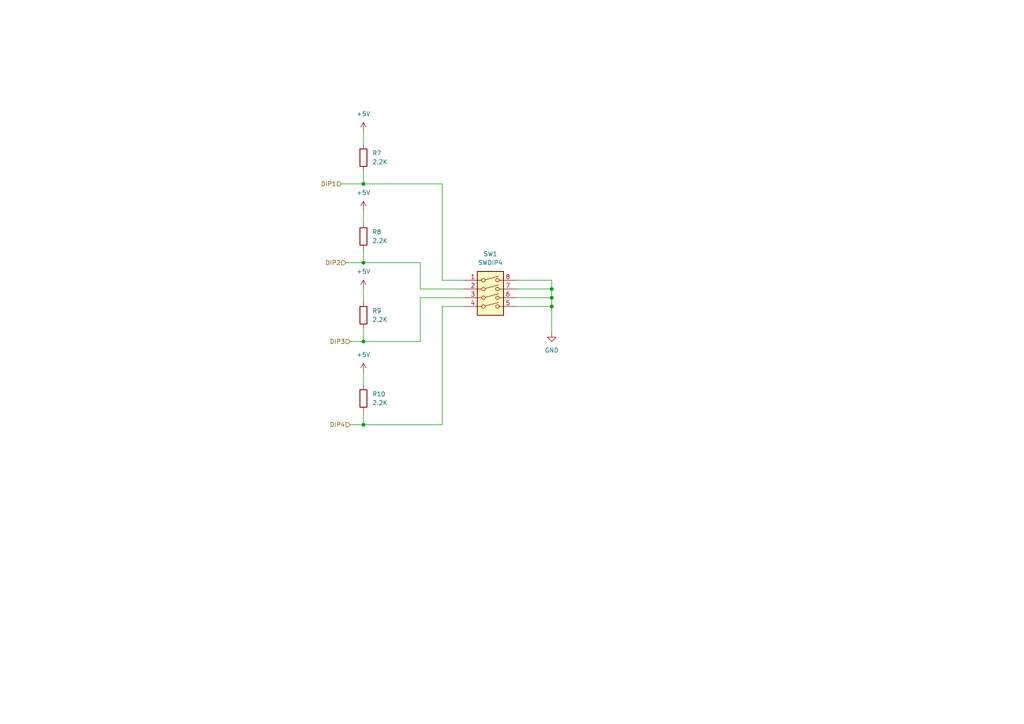
<source format=kicad_sch>
(kicad_sch (version 20211123) (generator eeschema)
  (paper "A4")
  (lib_symbols
    (symbol "Device:R" (pin_numbers hide) (pin_names (offset 0))
      (property "Reference" "R" (at 2.032 0 90))
      (property "Value" "R" (at 0 0 90))
      (symbol "R_0_1"
        (rectangle (start -1.016 -2.54) (end 1.016 2.54) (stroke (width 0.254)))
      )
      (symbol "R_1_1"
        (pin passive line (at 0 3.81 270) (length 1.27) (name "~") (number "1"))
        (pin passive line (at 0 -3.81 90) (length 1.27) (name "~") (number "2"))
      )
    )
    (symbol "Switch:SW_DIP_x04" (pin_names (offset 0) hide)
      (property "Reference" "SW" (at 0 8.89 0))
      (property "Value" "SW_DIP_x04" (at 0 -6.35 0))
      (symbol "SW_DIP_x04_0_0"
        (circle (center -2.032 -2.54) (radius 0.508))
        (circle (center -2.032 0) (radius 0.508))
        (circle (center -2.032 2.54) (radius 0.508))
        (circle (center -2.032 5.08) (radius 0.508))
        (polyline (pts (xy -1.524 -2.3876) (xy 2.3622 -1.3462)))
        (polyline (pts (xy -1.524 0.127) (xy 2.3622 1.1684)))
        (polyline (pts (xy -1.524 2.667) (xy 2.3622 3.7084)))
        (polyline (pts (xy -1.524 5.207) (xy 2.3622 6.2484)))
        (circle (center 2.032 -2.54) (radius 0.508))
        (circle (center 2.032 0) (radius 0.508))
        (circle (center 2.032 2.54) (radius 0.508))
        (circle (center 2.032 5.08) (radius 0.508))
      )
      (symbol "SW_DIP_x04_0_1"
        (rectangle (start -3.81 7.62) (end 3.81 -5.08) (stroke (width 0.254)) (fill (type background)))
      )
      (symbol "SW_DIP_x04_1_1"
        (pin passive line (at -7.62 5.08 0) (length 5.08) (name "~") (number "1"))
        (pin passive line (at -7.62 2.54 0) (length 5.08) (name "~") (number "2"))
        (pin passive line (at -7.62 0 0) (length 5.08) (name "~") (number "3"))
        (pin passive line (at -7.62 -2.54 0) (length 5.08) (name "~") (number "4"))
        (pin passive line (at 7.62 -2.54 180) (length 5.08) (name "~") (number "5"))
        (pin passive line (at 7.62 0 180) (length 5.08) (name "~") (number "6"))
        (pin passive line (at 7.62 2.54 180) (length 5.08) (name "~") (number "7"))
        (pin passive line (at 7.62 5.08 180) (length 5.08) (name "~") (number "8"))
      )
    )
    (symbol "power:+5V" (power) (pin_names (offset 0))
      (property "Value" "+5V" (at 0 3.556 0))
      (symbol "+5V_0_1"
        (polyline (pts (xy -0.762 1.27) (xy 0 2.54)))
        (polyline (pts (xy 0 0) (xy 0 2.54)))
        (polyline (pts (xy 0 2.54) (xy 0.762 1.27)))
      )
      (symbol "+5V_1_1"
        (pin power_in line (at 0 0 90) (length 0) hide (name "+5V") (number "1"))
      )
    )
    (symbol "power:GND" (power) (pin_names (offset 0))
      (property "Value" "GND" (at 0 -3.81 0))
      (symbol "GND_0_1"
        (polyline (pts (xy 0 0) (xy 0 -1.27) (xy 1.27 -1.27) (xy 0 -2.54) (xy -1.27 -1.27) (xy 0 -1.27)))
      )
      (symbol "GND_1_1"
        (pin power_in line (at 0 0 270) (length 0) hide (name "GND") (number "1"))
      )
    )
  )
  (junction (at 105.41 76.2))
  (junction (at 160.02 86.36))
  (junction (at 105.41 99.06))
  (junction (at 160.02 83.82))
  (junction (at 105.41 53.34))
  (junction (at 105.41 123.19))
  (junction (at 160.02 88.9))
  (wire (pts (xy 100.33 76.2) (xy 105.41 76.2)))
  (wire (pts (xy 149.86 83.82) (xy 160.02 83.82)))
  (wire (pts (xy 128.27 88.9) (xy 128.27 123.19)))
  (wire (pts (xy 128.27 123.19) (xy 105.41 123.19)))
  (wire (pts (xy 128.27 53.34) (xy 105.41 53.34)))
  (wire (pts (xy 160.02 86.36) (xy 160.02 83.82)))
  (wire (pts (xy 149.86 86.36) (xy 160.02 86.36)))
  (wire (pts (xy 160.02 83.82) (xy 160.02 81.28)))
  (wire (pts (xy 105.41 99.06) (xy 105.41 95.25)))
  (wire (pts (xy 128.27 81.28) (xy 128.27 53.34)))
  (wire (pts (xy 105.41 60.96) (xy 105.41 64.77)))
  (wire (pts (xy 105.41 76.2) (xy 105.41 72.39)))
  (wire (pts (xy 105.41 83.82) (xy 105.41 87.63)))
  (wire (pts (xy 121.92 83.82) (xy 121.92 76.2)))
  (wire (pts (xy 160.02 88.9) (xy 160.02 86.36)))
  (wire (pts (xy 134.62 86.36) (xy 121.92 86.36)))
  (wire (pts (xy 105.41 38.1) (xy 105.41 41.91)))
  (wire (pts (xy 121.92 86.36) (xy 121.92 99.06)))
  (wire (pts (xy 105.41 123.19) (xy 105.41 119.38)))
  (wire (pts (xy 105.41 107.95) (xy 105.41 111.76)))
  (wire (pts (xy 134.62 83.82) (xy 121.92 83.82)))
  (wire (pts (xy 101.6 123.19) (xy 105.41 123.19)))
  (wire (pts (xy 101.6 99.06) (xy 105.41 99.06)))
  (wire (pts (xy 99.06 53.34) (xy 105.41 53.34)))
  (wire (pts (xy 121.92 76.2) (xy 105.41 76.2)))
  (wire (pts (xy 160.02 81.28) (xy 149.86 81.28)))
  (wire (pts (xy 105.41 53.34) (xy 105.41 49.53)))
  (wire (pts (xy 160.02 96.52) (xy 160.02 88.9)))
  (wire (pts (xy 134.62 81.28) (xy 128.27 81.28)))
  (wire (pts (xy 134.62 88.9) (xy 128.27 88.9)))
  (wire (pts (xy 149.86 88.9) (xy 160.02 88.9)))
  (wire (pts (xy 105.41 99.06) (xy 121.92 99.06)))
  (hierarchical_label "DIP4" (shape input) (at 101.6 123.19 180))
  (hierarchical_label "DIP1" (shape input) (at 99.06 53.34 180))
  (hierarchical_label "DIP2" (shape input) (at 100.33 76.2 180))
  (hierarchical_label "DIP3" (shape input) (at 101.6 99.06 180))
  (symbol (lib_id "power:+5V") (at 105.41 107.95 0) (unit 1)
    (property "Reference" "#PWR037" (effects hide))
    (property "Value" "+5V" (at 105.41 102.87 0))
  )
  (symbol (lib_id "Device:R") (at 105.41 91.44 0) (unit 1)
    (property "Reference" "R9" (at 107.95 90.1699 0) (effects (justify left)))
    (property "Value" "2.2K" (at 107.95 92.7099 0) (effects (justify left)))
    (property "Footprint" "Resistor_SMD:R_0603_1608Metric" (effects hide))
  )
  (symbol (lib_id "power:+5V") (at 105.41 60.96 0) (unit 1)
    (property "Reference" "#PWR035" (effects hide))
    (property "Value" "+5V" (at 105.41 55.88 0))
  )
  (symbol (lib_id "Device:R") (at 105.41 115.57 0) (unit 1)
    (property "Reference" "R10" (at 107.95 114.2999 0) (effects (justify left)))
    (property "Value" "2.2K" (at 107.95 116.8399 0) (effects (justify left)))
    (property "Footprint" "Resistor_SMD:R_0603_1608Metric" (effects hide))
  )
  (symbol (lib_id "power:+5V") (at 105.41 83.82 0) (unit 1)
    (property "Reference" "#PWR036" (effects hide))
    (property "Value" "+5V" (at 105.41 78.74 0))
  )
  (symbol (lib_id "power:+5V") (at 105.41 38.1 0) (unit 1)
    (property "Reference" "#PWR034" (effects hide))
    (property "Value" "+5V" (at 105.41 33.02 0))
  )
  (symbol (lib_id "Switch:SW_DIP_x04") (at 142.24 86.36 0) (unit 1)
    (property "Reference" "SW1" (at 142.24 73.66 0))
    (property "Value" "SWDIP4" (at 142.24 76.2 0))
    (property "Footprint" "Button_Switch_SMD:SW_DIP_SPSTx04_Slide_9.78x12.34mm_W8.61mm_P2.54mm" (effects hide))
  )
  (symbol (lib_id "Device:R") (at 105.41 45.72 0) (unit 1)
    (property "Reference" "R7" (at 107.95 44.4499 0) (effects (justify left)))
    (property "Value" "2.2K" (at 107.95 46.9899 0) (effects (justify left)))
    (property "Footprint" "Resistor_SMD:R_0603_1608Metric" (effects hide))
  )
  (symbol (lib_id "Device:R") (at 105.41 68.58 0) (unit 1)
    (property "Reference" "R8" (at 107.95 67.3099 0) (effects (justify left)))
    (property "Value" "2.2K" (at 107.95 69.8499 0) (effects (justify left)))
    (property "Footprint" "Resistor_SMD:R_0603_1608Metric" (effects hide))
  )
  (symbol (lib_id "power:GND") (at 160.02 96.52 0) (unit 1)
    (property "Reference" "#PWR038" (effects hide))
    (property "Value" "GND" (at 160.02 101.6 0))
  )
)
</source>
